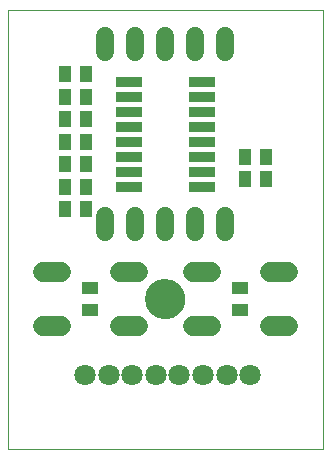
<source format=gbs>
G75*
%MOIN*%
%OFA0B0*%
%FSLAX25Y25*%
%IPPOS*%
%LPD*%
%AMOC8*
5,1,8,0,0,1.08239X$1,22.5*
%
%ADD10C,0.00000*%
%ADD11C,0.06000*%
%ADD12C,0.07099*%
%ADD13C,0.06800*%
%ADD14R,0.08800X0.03400*%
%ADD15R,0.03950X0.05524*%
%ADD16R,0.05524X0.03950*%
%ADD17C,0.13398*%
D10*
X0001800Y0001800D02*
X0001800Y0148001D01*
X0106721Y0148001D01*
X0106721Y0001800D01*
X0001800Y0001800D01*
X0048001Y0051800D02*
X0048003Y0051958D01*
X0048009Y0052116D01*
X0048019Y0052274D01*
X0048033Y0052432D01*
X0048051Y0052589D01*
X0048072Y0052746D01*
X0048098Y0052902D01*
X0048128Y0053058D01*
X0048161Y0053213D01*
X0048199Y0053366D01*
X0048240Y0053519D01*
X0048285Y0053671D01*
X0048334Y0053822D01*
X0048387Y0053971D01*
X0048443Y0054119D01*
X0048503Y0054265D01*
X0048567Y0054410D01*
X0048635Y0054553D01*
X0048706Y0054695D01*
X0048780Y0054835D01*
X0048858Y0054972D01*
X0048940Y0055108D01*
X0049024Y0055242D01*
X0049113Y0055373D01*
X0049204Y0055502D01*
X0049299Y0055629D01*
X0049396Y0055754D01*
X0049497Y0055876D01*
X0049601Y0055995D01*
X0049708Y0056112D01*
X0049818Y0056226D01*
X0049931Y0056337D01*
X0050046Y0056446D01*
X0050164Y0056551D01*
X0050285Y0056653D01*
X0050408Y0056753D01*
X0050534Y0056849D01*
X0050662Y0056942D01*
X0050792Y0057032D01*
X0050925Y0057118D01*
X0051060Y0057202D01*
X0051196Y0057281D01*
X0051335Y0057358D01*
X0051476Y0057430D01*
X0051618Y0057500D01*
X0051762Y0057565D01*
X0051908Y0057627D01*
X0052055Y0057685D01*
X0052204Y0057740D01*
X0052354Y0057791D01*
X0052505Y0057838D01*
X0052657Y0057881D01*
X0052810Y0057920D01*
X0052965Y0057956D01*
X0053120Y0057987D01*
X0053276Y0058015D01*
X0053432Y0058039D01*
X0053589Y0058059D01*
X0053747Y0058075D01*
X0053904Y0058087D01*
X0054063Y0058095D01*
X0054221Y0058099D01*
X0054379Y0058099D01*
X0054537Y0058095D01*
X0054696Y0058087D01*
X0054853Y0058075D01*
X0055011Y0058059D01*
X0055168Y0058039D01*
X0055324Y0058015D01*
X0055480Y0057987D01*
X0055635Y0057956D01*
X0055790Y0057920D01*
X0055943Y0057881D01*
X0056095Y0057838D01*
X0056246Y0057791D01*
X0056396Y0057740D01*
X0056545Y0057685D01*
X0056692Y0057627D01*
X0056838Y0057565D01*
X0056982Y0057500D01*
X0057124Y0057430D01*
X0057265Y0057358D01*
X0057404Y0057281D01*
X0057540Y0057202D01*
X0057675Y0057118D01*
X0057808Y0057032D01*
X0057938Y0056942D01*
X0058066Y0056849D01*
X0058192Y0056753D01*
X0058315Y0056653D01*
X0058436Y0056551D01*
X0058554Y0056446D01*
X0058669Y0056337D01*
X0058782Y0056226D01*
X0058892Y0056112D01*
X0058999Y0055995D01*
X0059103Y0055876D01*
X0059204Y0055754D01*
X0059301Y0055629D01*
X0059396Y0055502D01*
X0059487Y0055373D01*
X0059576Y0055242D01*
X0059660Y0055108D01*
X0059742Y0054972D01*
X0059820Y0054835D01*
X0059894Y0054695D01*
X0059965Y0054553D01*
X0060033Y0054410D01*
X0060097Y0054265D01*
X0060157Y0054119D01*
X0060213Y0053971D01*
X0060266Y0053822D01*
X0060315Y0053671D01*
X0060360Y0053519D01*
X0060401Y0053366D01*
X0060439Y0053213D01*
X0060472Y0053058D01*
X0060502Y0052902D01*
X0060528Y0052746D01*
X0060549Y0052589D01*
X0060567Y0052432D01*
X0060581Y0052274D01*
X0060591Y0052116D01*
X0060597Y0051958D01*
X0060599Y0051800D01*
X0060597Y0051642D01*
X0060591Y0051484D01*
X0060581Y0051326D01*
X0060567Y0051168D01*
X0060549Y0051011D01*
X0060528Y0050854D01*
X0060502Y0050698D01*
X0060472Y0050542D01*
X0060439Y0050387D01*
X0060401Y0050234D01*
X0060360Y0050081D01*
X0060315Y0049929D01*
X0060266Y0049778D01*
X0060213Y0049629D01*
X0060157Y0049481D01*
X0060097Y0049335D01*
X0060033Y0049190D01*
X0059965Y0049047D01*
X0059894Y0048905D01*
X0059820Y0048765D01*
X0059742Y0048628D01*
X0059660Y0048492D01*
X0059576Y0048358D01*
X0059487Y0048227D01*
X0059396Y0048098D01*
X0059301Y0047971D01*
X0059204Y0047846D01*
X0059103Y0047724D01*
X0058999Y0047605D01*
X0058892Y0047488D01*
X0058782Y0047374D01*
X0058669Y0047263D01*
X0058554Y0047154D01*
X0058436Y0047049D01*
X0058315Y0046947D01*
X0058192Y0046847D01*
X0058066Y0046751D01*
X0057938Y0046658D01*
X0057808Y0046568D01*
X0057675Y0046482D01*
X0057540Y0046398D01*
X0057404Y0046319D01*
X0057265Y0046242D01*
X0057124Y0046170D01*
X0056982Y0046100D01*
X0056838Y0046035D01*
X0056692Y0045973D01*
X0056545Y0045915D01*
X0056396Y0045860D01*
X0056246Y0045809D01*
X0056095Y0045762D01*
X0055943Y0045719D01*
X0055790Y0045680D01*
X0055635Y0045644D01*
X0055480Y0045613D01*
X0055324Y0045585D01*
X0055168Y0045561D01*
X0055011Y0045541D01*
X0054853Y0045525D01*
X0054696Y0045513D01*
X0054537Y0045505D01*
X0054379Y0045501D01*
X0054221Y0045501D01*
X0054063Y0045505D01*
X0053904Y0045513D01*
X0053747Y0045525D01*
X0053589Y0045541D01*
X0053432Y0045561D01*
X0053276Y0045585D01*
X0053120Y0045613D01*
X0052965Y0045644D01*
X0052810Y0045680D01*
X0052657Y0045719D01*
X0052505Y0045762D01*
X0052354Y0045809D01*
X0052204Y0045860D01*
X0052055Y0045915D01*
X0051908Y0045973D01*
X0051762Y0046035D01*
X0051618Y0046100D01*
X0051476Y0046170D01*
X0051335Y0046242D01*
X0051196Y0046319D01*
X0051060Y0046398D01*
X0050925Y0046482D01*
X0050792Y0046568D01*
X0050662Y0046658D01*
X0050534Y0046751D01*
X0050408Y0046847D01*
X0050285Y0046947D01*
X0050164Y0047049D01*
X0050046Y0047154D01*
X0049931Y0047263D01*
X0049818Y0047374D01*
X0049708Y0047488D01*
X0049601Y0047605D01*
X0049497Y0047724D01*
X0049396Y0047846D01*
X0049299Y0047971D01*
X0049204Y0048098D01*
X0049113Y0048227D01*
X0049024Y0048358D01*
X0048940Y0048492D01*
X0048858Y0048628D01*
X0048780Y0048765D01*
X0048706Y0048905D01*
X0048635Y0049047D01*
X0048567Y0049190D01*
X0048503Y0049335D01*
X0048443Y0049481D01*
X0048387Y0049629D01*
X0048334Y0049778D01*
X0048285Y0049929D01*
X0048240Y0050081D01*
X0048199Y0050234D01*
X0048161Y0050387D01*
X0048128Y0050542D01*
X0048098Y0050698D01*
X0048072Y0050854D01*
X0048051Y0051011D01*
X0048033Y0051168D01*
X0048019Y0051326D01*
X0048009Y0051484D01*
X0048003Y0051642D01*
X0048001Y0051800D01*
D11*
X0044300Y0074200D02*
X0044300Y0079400D01*
X0034300Y0079400D02*
X0034300Y0074200D01*
X0054300Y0074200D02*
X0054300Y0079400D01*
X0064300Y0079400D02*
X0064300Y0074200D01*
X0074300Y0074200D02*
X0074300Y0079400D01*
X0074300Y0134200D02*
X0074300Y0139400D01*
X0064300Y0139400D02*
X0064300Y0134200D01*
X0054300Y0134200D02*
X0054300Y0139400D01*
X0044300Y0139400D02*
X0044300Y0134200D01*
X0034300Y0134200D02*
X0034300Y0139400D01*
D12*
X0035363Y0026328D03*
X0043237Y0026328D03*
X0051111Y0026328D03*
X0058985Y0026328D03*
X0066859Y0026328D03*
X0074733Y0026328D03*
X0082607Y0026328D03*
X0027489Y0026328D03*
D13*
X0019500Y0042900D02*
X0013500Y0042900D01*
X0013500Y0060700D02*
X0019500Y0060700D01*
X0039100Y0060700D02*
X0045100Y0060700D01*
X0045100Y0042900D02*
X0039100Y0042900D01*
X0063500Y0042900D02*
X0069500Y0042900D01*
X0069500Y0060700D02*
X0063500Y0060700D01*
X0089100Y0060700D02*
X0095100Y0060700D01*
X0095100Y0042900D02*
X0089100Y0042900D01*
D14*
X0066400Y0089300D03*
X0066400Y0094300D03*
X0066400Y0099300D03*
X0066400Y0104300D03*
X0066400Y0109300D03*
X0066400Y0114300D03*
X0066400Y0119300D03*
X0066400Y0124300D03*
X0042200Y0124300D03*
X0042200Y0119300D03*
X0042200Y0114300D03*
X0042200Y0109300D03*
X0042200Y0104300D03*
X0042200Y0099300D03*
X0042200Y0094300D03*
X0042200Y0089300D03*
D15*
X0027843Y0089300D03*
X0027843Y0081800D03*
X0020757Y0081800D03*
X0020757Y0089300D03*
X0020757Y0096800D03*
X0027843Y0096800D03*
X0027843Y0104300D03*
X0027843Y0111800D03*
X0027843Y0119300D03*
X0027843Y0126800D03*
X0020757Y0126800D03*
X0020757Y0119300D03*
X0020757Y0111800D03*
X0020757Y0104300D03*
X0080757Y0099300D03*
X0080757Y0091800D03*
X0087843Y0091800D03*
X0087843Y0099300D03*
D16*
X0079300Y0055343D03*
X0079300Y0048257D03*
X0029300Y0048257D03*
X0029300Y0055343D03*
D17*
X0054300Y0051800D03*
M02*

</source>
